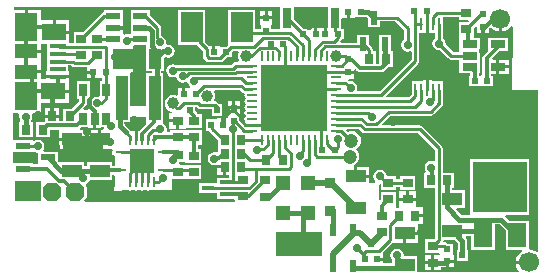
<source format=gtl>
G04 Layer_Physical_Order=1*
G04 Layer_Color=255*
%FSLAX25Y25*%
%MOIN*%
G70*
G01*
G75*
%ADD10R,0.18110X0.16929*%
%ADD11R,0.06299X0.07874*%
%ADD12R,0.07480X0.10236*%
%ADD13R,0.02953X0.07087*%
%ADD14R,0.02362X0.01969*%
%ADD15R,0.01969X0.02362*%
%ADD16R,0.04724X0.02362*%
%ADD17R,0.07480X0.09350*%
%ADD18R,0.07480X0.04626*%
%ADD19R,0.07874X0.05807*%
%ADD20R,0.08268X0.05807*%
%ADD21R,0.05433X0.01772*%
%ADD22R,0.03543X0.03543*%
%ADD23R,0.08071X0.08071*%
%ADD24O,0.00787X0.03543*%
%ADD25O,0.03543X0.00787*%
%ADD26R,0.02165X0.03937*%
%ADD27R,0.00984X0.04331*%
%ADD28R,0.04500X0.04500*%
%ADD29R,0.03937X0.14961*%
%ADD30R,0.06693X0.04331*%
%ADD31R,0.03150X0.03543*%
%ADD32R,0.03543X0.03150*%
%ADD33R,0.04331X0.01575*%
%ADD34R,0.05118X0.02362*%
%ADD35R,0.05118X0.02756*%
%ADD36R,0.02756X0.03543*%
%ADD37R,0.02362X0.04528*%
%ADD38R,0.02559X0.04331*%
%ADD39R,0.22441X0.22441*%
%ADD40O,0.03543X0.00984*%
%ADD41O,0.00984X0.03543*%
%ADD42R,0.04331X0.06693*%
%ADD43C,0.01181*%
%ADD44C,0.01575*%
%ADD45C,0.00984*%
%ADD46C,0.01969*%
%ADD47R,0.07480X0.06890*%
%ADD48R,0.13780X0.06496*%
G04:AMPARAMS|DCode=49|XSize=59.06mil|YSize=59.06mil|CornerRadius=0mil|HoleSize=0mil|Usage=FLASHONLY|Rotation=90.000|XOffset=0mil|YOffset=0mil|HoleType=Round|Shape=Octagon|*
%AMOCTAGOND49*
4,1,8,0.01476,0.02953,-0.01476,0.02953,-0.02953,0.01476,-0.02953,-0.01476,-0.01476,-0.02953,0.01476,-0.02953,0.02953,-0.01476,0.02953,0.01476,0.01476,0.02953,0.0*
%
%ADD49OCTAGOND49*%

%ADD50R,0.15748X0.07874*%
%ADD51C,0.03937*%
%ADD52R,0.09055X0.07087*%
%ADD53C,0.04724*%
%ADD54C,0.06693*%
%ADD55C,0.01969*%
%ADD56C,0.02756*%
G36*
X8309Y-49483D02*
X9055Y-49631D01*
Y-53150D01*
X8733Y-53516D01*
X7480D01*
Y-52953D01*
X1279D01*
X926Y-52599D01*
X936Y-49409D01*
X7480D01*
X7480Y-49409D01*
Y-49409D01*
X7980Y-49263D01*
X8309Y-49483D01*
D02*
G37*
G36*
X113118Y-4543D02*
X114799D01*
Y-4543D01*
X114941Y-4331D01*
X118792D01*
X119291Y-4830D01*
Y-7579D01*
X123228D01*
Y-5832D01*
X128298D01*
X131176Y-8710D01*
Y-11949D01*
X130919Y-12120D01*
X130441Y-12836D01*
X130272Y-13681D01*
X130441Y-14526D01*
X130919Y-15242D01*
X131635Y-15721D01*
X132480Y-15889D01*
X133235Y-15739D01*
X133735Y-16003D01*
Y-18456D01*
X123082Y-29109D01*
X115707D01*
X115444Y-28609D01*
X115594Y-27854D01*
X115426Y-27009D01*
X114947Y-26293D01*
X114231Y-25815D01*
X113386Y-25647D01*
X112970Y-25729D01*
X112794Y-25554D01*
X112560Y-25398D01*
X112712Y-24898D01*
X114681D01*
Y-23216D01*
X112697D01*
Y-22217D01*
X114681D01*
Y-21901D01*
X115143Y-21710D01*
X115357Y-21924D01*
X115643Y-22352D01*
X116099Y-22656D01*
X116637Y-22763D01*
X123652D01*
X124189Y-22656D01*
X124645Y-22352D01*
X126032Y-20965D01*
X127461D01*
Y-15846D01*
X126969D01*
Y-10335D01*
X123031D01*
Y-15846D01*
X122736D01*
Y-19953D01*
X121949D01*
Y-15846D01*
X120891D01*
Y-15453D01*
X120792Y-14954D01*
X120509Y-14530D01*
X119488Y-13509D01*
Y-10335D01*
X115551D01*
Y-12869D01*
X110101D01*
X109910Y-12408D01*
X110155Y-12163D01*
X110390Y-11811D01*
X111201D01*
Y-8268D01*
X110315D01*
Y-4993D01*
X110437Y-4543D01*
X112118D01*
Y-2559D01*
X113118D01*
Y-4543D01*
D02*
G37*
G36*
X149409Y-5315D02*
X152542D01*
X152729Y-5752D01*
X152440Y-6102D01*
X149409D01*
Y-10827D01*
X149686D01*
X149705Y-11319D01*
X149705D01*
Y-15920D01*
X147489D01*
X145061Y-13492D01*
X145121Y-13189D01*
X144953Y-12344D01*
X144474Y-11628D01*
X144218Y-11456D01*
Y-6594D01*
X144193Y-6469D01*
Y-4257D01*
X149409D01*
Y-5315D01*
D02*
G37*
G36*
X45365Y-13850D02*
X45374Y-14075D01*
X45374Y-14075D01*
Y-22343D01*
X47115D01*
Y-22933D01*
X45374D01*
Y-34154D01*
X39862D01*
Y-22933D01*
X40157Y-22555D01*
X40862D01*
Y-18709D01*
X37697D01*
Y-17709D01*
X40862D01*
Y-13862D01*
X41246Y-13583D01*
X45125D01*
X45365Y-13850D01*
D02*
G37*
G36*
X12244Y-15748D02*
Y-18307D01*
Y-22425D01*
X12032D01*
Y-23811D01*
X15748D01*
X19465D01*
Y-22425D01*
X19252D01*
Y-20497D01*
X20271D01*
X20479Y-20706D01*
X20903Y-20989D01*
X21402Y-21088D01*
X25398D01*
Y-22335D01*
X27579D01*
Y-22835D01*
X28079D01*
Y-24819D01*
X29760D01*
Y-24819D01*
X29902Y-24606D01*
X30487D01*
Y-25787D01*
X29724D01*
Y-30607D01*
X29338Y-30925D01*
X29037Y-30865D01*
X28192Y-31033D01*
X27476Y-31511D01*
X26997Y-32228D01*
X26829Y-33073D01*
X26997Y-33917D01*
X27402Y-34524D01*
X27228Y-35024D01*
X25772D01*
Y-35236D01*
X24545D01*
X24354Y-34774D01*
X25234Y-33895D01*
X25516Y-33472D01*
X25616Y-32972D01*
Y-31693D01*
X26378D01*
Y-25787D01*
X22244D01*
Y-31693D01*
X23006D01*
Y-32432D01*
X20498Y-34941D01*
X17618D01*
Y-39048D01*
X16256D01*
Y-38000D01*
X13878D01*
X11500D01*
Y-39332D01*
X11443Y-39370D01*
X8465D01*
Y-44488D01*
X13189D01*
Y-41858D01*
X15747D01*
X16224Y-41913D01*
X16224Y-42358D01*
Y-44579D01*
X24917D01*
Y-41913D01*
X23367D01*
X23170Y-41443D01*
X23452Y-41142D01*
X25772D01*
Y-41354D01*
X27551D01*
Y-38189D01*
X28551D01*
Y-41354D01*
X30331D01*
Y-41142D01*
X31049D01*
X31210Y-41452D01*
X30913Y-41913D01*
X30323D01*
Y-45079D01*
Y-48244D01*
X33836D01*
X34103Y-48744D01*
X34022Y-48866D01*
X33914Y-49409D01*
X34022Y-49953D01*
X34330Y-50414D01*
X34752Y-50696D01*
X34749Y-54107D01*
X33957D01*
Y-52756D01*
X25689D01*
Y-54103D01*
X24705D01*
Y-52756D01*
X16437D01*
X16437Y-52756D01*
Y-52756D01*
X16029Y-52538D01*
X15748Y-52257D01*
Y-49213D01*
X11177D01*
X10910Y-48713D01*
X11194Y-48288D01*
X11362Y-47443D01*
X11194Y-46598D01*
X10715Y-45882D01*
X9999Y-45404D01*
X9154Y-45235D01*
X8309Y-45404D01*
X7980Y-45623D01*
X7480Y-45472D01*
Y-45472D01*
X7480Y-45472D01*
X1302D01*
X949Y-45118D01*
X975Y-36482D01*
X2704D01*
X3033Y-36982D01*
X2910Y-37598D01*
X3078Y-38443D01*
X3364Y-38870D01*
X3096Y-39370D01*
X2953D01*
Y-44488D01*
X7677D01*
Y-39370D01*
X6921D01*
Y-38798D01*
X7158Y-38443D01*
X7326Y-37598D01*
X7203Y-36982D01*
X7532Y-36482D01*
X10055D01*
Y-32939D01*
X13870D01*
Y-29035D01*
X14370D01*
Y-28535D01*
X19504D01*
Y-25132D01*
X19465D01*
Y-24811D01*
X15748D01*
X12032D01*
Y-25132D01*
X10055D01*
Y-23039D01*
X5315D01*
Y-22039D01*
X10055D01*
Y-19226D01*
X10055D01*
Y-19160D01*
X10055D01*
Y-16346D01*
X5315D01*
Y-15347D01*
X10055D01*
Y-13254D01*
X12244D01*
Y-15748D01*
D02*
G37*
G36*
X117175Y-42655D02*
X117598Y-42938D01*
X118097Y-43037D01*
X135877D01*
X141510Y-48670D01*
Y-52204D01*
X141010Y-52471D01*
X140263Y-52323D01*
X139418Y-52491D01*
X138702Y-52969D01*
X138223Y-53685D01*
X138055Y-54530D01*
X138223Y-55375D01*
X138441Y-55701D01*
X138173Y-56201D01*
X137795D01*
Y-61319D01*
X141510D01*
Y-78200D01*
X141364Y-78347D01*
X138287D01*
Y-83071D01*
X142864D01*
X143174Y-83571D01*
X143137Y-83646D01*
X141347D01*
Y-86221D01*
Y-88795D01*
X143618D01*
Y-87713D01*
X145071D01*
Y-85728D01*
X145571D01*
Y-85228D01*
X147752D01*
Y-83744D01*
X147539Y-83332D01*
X147539Y-80020D01*
X145644D01*
X145411Y-79786D01*
X144987Y-79503D01*
X144624Y-79431D01*
X144360Y-78989D01*
X144349Y-78953D01*
X144513Y-78642D01*
X147944D01*
X147979Y-78694D01*
X149083Y-79799D01*
Y-81988D01*
X148721D01*
Y-85532D01*
X152657D01*
Y-81988D01*
X152295D01*
Y-79134D01*
X152295Y-79134D01*
X152172Y-78519D01*
X151824Y-77999D01*
X151824Y-77999D01*
X151719Y-77893D01*
X151926Y-77393D01*
X153642D01*
Y-81890D01*
X161516D01*
Y-73456D01*
X163016D01*
X165059Y-75499D01*
Y-81890D01*
X170484D01*
X170559Y-82390D01*
X169735Y-83022D01*
X169038Y-83930D01*
X168600Y-84987D01*
X168517Y-85622D01*
X172835D01*
Y-86622D01*
X168517D01*
X168600Y-87257D01*
X169038Y-88314D01*
X169540Y-88968D01*
X169294Y-89468D01*
X135630D01*
Y-84153D01*
X131362D01*
X131045Y-83767D01*
X131046Y-83760D01*
X130878Y-82915D01*
X130400Y-82199D01*
X129683Y-81720D01*
X128839Y-81552D01*
X127994Y-81720D01*
X127277Y-82199D01*
X126799Y-82915D01*
X126631Y-83760D01*
X126799Y-84605D01*
X127277Y-85321D01*
X127362Y-85378D01*
Y-86387D01*
X124228D01*
Y-85539D01*
X122244D01*
Y-84539D01*
X124228D01*
Y-82858D01*
X124228Y-82858D01*
X124228D01*
X124549Y-82513D01*
X127420Y-79642D01*
X130996D01*
Y-76476D01*
X131496D01*
Y-75976D01*
X135843D01*
Y-73343D01*
X137614D01*
Y-71071D01*
X135039D01*
Y-70071D01*
X137614D01*
Y-67799D01*
X135585D01*
X135153Y-67634D01*
X135153Y-67299D01*
Y-65559D01*
X132382D01*
X129610D01*
Y-67512D01*
X129610Y-67634D01*
X129316Y-68012D01*
X128562D01*
X128543Y-67520D01*
X128543D01*
Y-62795D01*
X123425D01*
Y-65370D01*
X123335Y-65431D01*
X122835Y-65163D01*
Y-60440D01*
X123335Y-60123D01*
X123425Y-60166D01*
Y-62008D01*
X128543D01*
Y-60852D01*
X129823D01*
Y-61909D01*
X134941D01*
Y-57185D01*
X129823D01*
Y-58243D01*
X128543D01*
Y-57284D01*
X125397D01*
X125268Y-56635D01*
X124790Y-55919D01*
X124073Y-55441D01*
X123228Y-55273D01*
X122383Y-55441D01*
X121667Y-55919D01*
X121189Y-56635D01*
X121021Y-57480D01*
X121189Y-58325D01*
X121667Y-59041D01*
X121676Y-59047D01*
X121524Y-59547D01*
X119405D01*
Y-57882D01*
X115059D01*
Y-57382D01*
X114559D01*
Y-54079D01*
X114487Y-53716D01*
X114679Y-53637D01*
X115337Y-53132D01*
X115842Y-52474D01*
X116159Y-51708D01*
X116267Y-50886D01*
X116159Y-50064D01*
X115842Y-49297D01*
X115451Y-48788D01*
X115363Y-48562D01*
X115507Y-48140D01*
X115927Y-47817D01*
X116432Y-47159D01*
X116750Y-46393D01*
X116858Y-45571D01*
X116750Y-44749D01*
X116432Y-43982D01*
X115927Y-43325D01*
X115269Y-42820D01*
X114503Y-42502D01*
X113681Y-42394D01*
X112859Y-42502D01*
X112575Y-42620D01*
X111978Y-42022D01*
X112169Y-41561D01*
X116081D01*
X117175Y-42655D01*
D02*
G37*
G36*
X45374Y-38287D02*
D01*
Y-39469D01*
X45374Y-39469D01*
X45374D01*
X45207Y-39908D01*
X42907Y-42209D01*
X39891D01*
X39869Y-42102D01*
X39521Y-41581D01*
X38210Y-40270D01*
X38091Y-40151D01*
D01*
X38023Y-40083D01*
Y-39469D01*
X39862D01*
Y-38287D01*
Y-37598D01*
X45374D01*
Y-38287D01*
D02*
G37*
G36*
X89882Y-8243D02*
X87008D01*
Y-7239D01*
X87221Y-6827D01*
X87221Y-6557D01*
Y-5146D01*
X83252D01*
Y-6827D01*
X83465Y-7239D01*
Y-8243D01*
X81693D01*
Y-1870D01*
X72638D01*
Y-13588D01*
X71954Y-14272D01*
X70329D01*
X69917Y-14059D01*
X69917Y-14059D01*
X69917Y-14059D01*
X68236D01*
Y-16043D01*
X67236D01*
Y-14059D01*
X66317D01*
X64961Y-12702D01*
Y-1870D01*
X55905D01*
Y-13681D01*
X62249D01*
X64168Y-15599D01*
Y-17476D01*
X64267Y-17975D01*
X64550Y-18398D01*
X65184Y-19033D01*
X65607Y-19316D01*
X66107Y-19415D01*
X69961D01*
X70460Y-19316D01*
X70883Y-19033D01*
X72101Y-17815D01*
X73996D01*
Y-15920D01*
X74241Y-15675D01*
X75840D01*
X76077Y-16175D01*
X75858Y-16702D01*
X75764Y-17421D01*
X75858Y-18141D01*
X76117Y-18766D01*
X75986Y-19133D01*
X75920Y-19266D01*
X75232D01*
X74733Y-19366D01*
X74309Y-19648D01*
X73707Y-20251D01*
X55049D01*
X54981Y-20206D01*
X54137Y-20037D01*
X53292Y-20206D01*
X52575Y-20684D01*
X52097Y-21400D01*
X51929Y-22245D01*
X52097Y-23090D01*
X52575Y-23806D01*
X53292Y-24285D01*
X54137Y-24453D01*
X54825Y-24316D01*
X55386Y-24570D01*
X55443Y-24862D01*
X55922Y-25578D01*
X56638Y-26057D01*
X57483Y-26225D01*
X58328Y-26057D01*
X58553Y-25906D01*
X59015Y-26098D01*
X59082Y-26435D01*
X59561Y-27152D01*
X60034Y-27468D01*
X59947Y-27937D01*
X59760Y-27937D01*
X59760Y-27937D01*
X59760Y-27937D01*
X58276D01*
Y-30118D01*
X57276D01*
Y-27937D01*
X55791D01*
Y-30250D01*
X55291Y-30584D01*
X55050Y-30484D01*
X54331Y-30390D01*
X53611Y-30484D01*
X52941Y-30762D01*
X52365Y-31204D01*
X51923Y-31780D01*
X51646Y-32450D01*
X51551Y-33169D01*
X51646Y-33889D01*
X51923Y-34559D01*
X52365Y-35135D01*
X52941Y-35577D01*
X53611Y-35854D01*
X53971Y-35902D01*
X53938Y-36402D01*
X52937D01*
Y-38476D01*
X55709D01*
Y-38976D01*
X56209D01*
Y-41551D01*
X58480D01*
Y-41551D01*
X58661Y-41339D01*
X63779D01*
Y-36614D01*
X62483D01*
X62214Y-36211D01*
X61516Y-35513D01*
Y-34413D01*
X62016Y-34333D01*
X62414Y-34732D01*
X62837Y-35014D01*
X63337Y-35114D01*
X67126D01*
Y-37205D01*
X70669D01*
Y-33268D01*
X69561D01*
X69180Y-32887D01*
X68757Y-32604D01*
X68258Y-32504D01*
X68206D01*
X67997Y-32004D01*
X68236Y-31428D01*
X68331Y-30709D01*
X68236Y-29989D01*
X67958Y-29319D01*
X67842Y-29167D01*
X68088Y-28667D01*
X76428D01*
X77129Y-29367D01*
X77552Y-29650D01*
X77701Y-29680D01*
X78053Y-29874D01*
X78059Y-30250D01*
X78026Y-30413D01*
X78125Y-30913D01*
X78408Y-31336D01*
Y-31459D01*
X78125Y-31883D01*
X78026Y-32382D01*
X78125Y-32881D01*
X78408Y-33304D01*
Y-33428D01*
X78125Y-33851D01*
X78026Y-34350D01*
X78125Y-34850D01*
X78408Y-35273D01*
Y-35396D01*
X78125Y-35820D01*
X78026Y-36319D01*
X78125Y-36818D01*
X78408Y-37241D01*
Y-37365D01*
X78125Y-37788D01*
X78026Y-38287D01*
X78125Y-38787D01*
X78285Y-39026D01*
X78255Y-39180D01*
X77937Y-39656D01*
X77880Y-39725D01*
X77404Y-39830D01*
X76165Y-38592D01*
Y-37270D01*
X76378Y-36858D01*
X76378Y-36588D01*
Y-35177D01*
X72409D01*
Y-36858D01*
X72622Y-37270D01*
Y-37820D01*
X72268Y-38173D01*
X71366D01*
Y-40354D01*
X70366D01*
Y-38173D01*
X68882D01*
Y-38173D01*
X68701Y-38386D01*
X65158D01*
Y-42323D01*
X66244D01*
X66400Y-42556D01*
X69095Y-45250D01*
Y-47293D01*
X69095D01*
Y-49159D01*
X69010Y-49255D01*
X68594Y-49504D01*
X67917Y-49369D01*
X67072Y-49538D01*
X66356Y-50016D01*
X65877Y-50732D01*
X65709Y-51577D01*
X65877Y-52422D01*
X66356Y-53139D01*
X67072Y-53617D01*
X67917Y-53785D01*
X68382Y-53693D01*
X68432Y-53732D01*
X71457D01*
Y-54232D01*
X71957D01*
Y-57004D01*
X73006D01*
Y-57874D01*
X68799D01*
Y-59342D01*
X68799Y-59842D01*
X62894D01*
Y-62992D01*
X68799D01*
X68799Y-63492D01*
Y-64961D01*
X74705D01*
X74902Y-65379D01*
Y-65945D01*
X24767D01*
X24576Y-65483D01*
X25394Y-64665D01*
Y-60925D01*
X25152Y-60684D01*
X25295Y-60120D01*
X25873Y-59733D01*
X26352Y-59017D01*
X26423Y-58661D01*
X33957D01*
Y-57070D01*
X34360Y-56998D01*
X34747Y-57343D01*
X34744Y-60039D01*
X34547Y-62205D01*
X39494Y-62175D01*
X39862Y-62248D01*
X40254Y-62170D01*
X41404Y-62163D01*
X41831Y-62248D01*
X42284Y-62157D01*
X43314Y-62151D01*
X43799Y-62248D01*
X44315Y-62145D01*
X45224Y-62140D01*
X45768Y-62248D01*
X46312Y-62140D01*
X46340Y-62120D01*
X53839Y-61992D01*
Y-58268D01*
X58366D01*
X58563Y-58465D01*
Y-58465D01*
X63681D01*
Y-53740D01*
X58563D01*
X58366Y-53543D01*
Y-53543D01*
X56384D01*
X56133Y-53082D01*
X56336Y-52756D01*
X58145D01*
X58563Y-52953D01*
Y-52953D01*
X58563Y-52953D01*
X63681D01*
Y-48228D01*
X62527D01*
Y-46850D01*
X63779D01*
Y-42126D01*
X58661D01*
Y-42126D01*
X58268Y-42126D01*
Y-42126D01*
X53150D01*
Y-42537D01*
X52650Y-42744D01*
X52114Y-42209D01*
X52043Y-42122D01*
X52101Y-41831D01*
X51933Y-40986D01*
X51455Y-40270D01*
X50978Y-39951D01*
X50886Y-39469D01*
X50886D01*
X50886Y-39469D01*
Y-22933D01*
X50326D01*
Y-22343D01*
X51279D01*
Y-18098D01*
X51635Y-17847D01*
X51780Y-17801D01*
X52562Y-17957D01*
X53407Y-17788D01*
X54123Y-17310D01*
X54601Y-16594D01*
X54769Y-15749D01*
X54601Y-14904D01*
X54123Y-14188D01*
X53407Y-13709D01*
X52562Y-13541D01*
X52367Y-13580D01*
X51942Y-13155D01*
X52013Y-12796D01*
X51845Y-11951D01*
X51367Y-11235D01*
X50651Y-10756D01*
X50224Y-10671D01*
Y-8086D01*
X50125Y-7587D01*
X49842Y-7164D01*
X46457Y-3778D01*
Y-2165D01*
X40157D01*
Y-6102D01*
Y-9788D01*
X40058Y-9900D01*
X39658Y-10133D01*
X38978Y-9997D01*
X38133Y-10166D01*
X38043Y-10226D01*
X37614Y-9911D01*
Y-8374D01*
X34252D01*
Y-7374D01*
X37614D01*
Y-5693D01*
X37402D01*
Y-2165D01*
X31102D01*
Y-2829D01*
X30603Y-2929D01*
X30180Y-3211D01*
X24139Y-9252D01*
X21063D01*
Y-12967D01*
X19504D01*
Y-9850D01*
X14567D01*
Y-9350D01*
X14067D01*
Y-5447D01*
X10055D01*
Y-1904D01*
X5815D01*
Y-7579D01*
X4815D01*
Y-1904D01*
X1434D01*
X1081Y-1550D01*
X1083Y-1083D01*
X1123Y-984D01*
X89882D01*
Y-8243D01*
D02*
G37*
G36*
X163787Y-9239D02*
X164422Y-9156D01*
X165479Y-8718D01*
X166387Y-8021D01*
X166899Y-7355D01*
X167398Y-7525D01*
X167323Y-28543D01*
X175886D01*
X175973Y-82421D01*
X175473Y-82668D01*
X175027Y-82325D01*
X173969Y-81888D01*
X172933Y-81751D01*
Y-72441D01*
X166542D01*
X164877Y-70776D01*
X164919Y-70528D01*
X165059Y-70276D01*
X172933D01*
Y-51772D01*
X153248D01*
Y-70245D01*
X150370D01*
X148599Y-68474D01*
X148790Y-68012D01*
X151476D01*
Y-62106D01*
X147275D01*
Y-61319D01*
X148031D01*
Y-56201D01*
X144120D01*
Y-48130D01*
X144020Y-47631D01*
X143737Y-47207D01*
X137340Y-40810D01*
X136917Y-40527D01*
X136417Y-40428D01*
X124177D01*
X123986Y-39966D01*
X126722Y-37230D01*
X140159D01*
X140659Y-37130D01*
X141082Y-36848D01*
X143836Y-34094D01*
X144119Y-33670D01*
X144218Y-33171D01*
Y-28642D01*
X144193Y-28516D01*
Y-25689D01*
X140469D01*
Y-25476D01*
X139476D01*
Y-28642D01*
X138476D01*
Y-25476D01*
X137484D01*
Y-25689D01*
X133760D01*
Y-28516D01*
X133735Y-28642D01*
Y-30063D01*
X132720Y-31077D01*
X125456D01*
X125265Y-30615D01*
X135962Y-19918D01*
X136245Y-19495D01*
X136344Y-18996D01*
Y-9547D01*
X137484D01*
Y-9760D01*
X138476D01*
Y-6594D01*
X139476D01*
Y-9760D01*
X140469D01*
Y-9547D01*
X141609D01*
Y-11456D01*
X141352Y-11628D01*
X140874Y-12344D01*
X140706Y-13189D01*
X140874Y-14034D01*
X141352Y-14750D01*
X142069Y-15229D01*
X142913Y-15397D01*
X143216Y-15337D01*
X146026Y-18147D01*
X146450Y-18430D01*
X146949Y-18529D01*
X149705D01*
Y-23130D01*
X153230D01*
X153339Y-23239D01*
Y-23917D01*
X152776D01*
Y-27461D01*
X156567D01*
X157067Y-27461D01*
X157213Y-27461D01*
X161004D01*
Y-23917D01*
X160165D01*
Y-23343D01*
X162000D01*
Y-20965D01*
Y-18587D01*
X160856D01*
X160649Y-18087D01*
X163086Y-15650D01*
X165847D01*
Y-11319D01*
X159153D01*
Y-15608D01*
X157766Y-16996D01*
X157462Y-17451D01*
X157355Y-17989D01*
Y-23476D01*
X156855Y-23917D01*
X156649D01*
X156149Y-23719D01*
Y-23130D01*
X156398D01*
Y-19390D01*
Y-15650D01*
Y-11319D01*
X154547D01*
X154528Y-10827D01*
X154528D01*
Y-7991D01*
X155132Y-7386D01*
X155595Y-7577D01*
Y-9839D01*
X157079D01*
Y-7658D01*
X158079D01*
Y-9839D01*
X159563D01*
Y-7985D01*
X160036Y-7824D01*
X160187Y-8021D01*
X161095Y-8718D01*
X162153Y-9156D01*
X162787Y-9239D01*
Y-4921D01*
X163787D01*
Y-9239D01*
D02*
G37*
G36*
X105787Y-8055D02*
X105441D01*
Y-10039D01*
X104441D01*
Y-8055D01*
X102760D01*
Y-8055D01*
X102252D01*
Y-10039D01*
X101252D01*
Y-8055D01*
X99571D01*
Y-8055D01*
X99429Y-8268D01*
X97731D01*
X94410Y-4946D01*
Y-984D01*
X105787D01*
Y-8055D01*
D02*
G37*
%LPC*%
G36*
X119405Y-54216D02*
X115559D01*
Y-56882D01*
X119405D01*
Y-54216D01*
D02*
G37*
G36*
X29323Y-45579D02*
X25476D01*
Y-48244D01*
X29323D01*
Y-45579D01*
D02*
G37*
G36*
X20071D02*
X16224D01*
Y-48244D01*
X20071D01*
Y-45579D01*
D02*
G37*
G36*
X24917D02*
X21071D01*
Y-48244D01*
X24917D01*
Y-45579D01*
D02*
G37*
G36*
X140347Y-83646D02*
X138075D01*
Y-85720D01*
X140347D01*
Y-83646D01*
D02*
G37*
G36*
X147752Y-86228D02*
X146071D01*
Y-87713D01*
X147752D01*
Y-86228D01*
D02*
G37*
G36*
X140347Y-86721D02*
X138075D01*
Y-88795D01*
X140347D01*
Y-86721D01*
D02*
G37*
G36*
X135843Y-76976D02*
X131996D01*
Y-79642D01*
X135843D01*
Y-76976D01*
D02*
G37*
G36*
X70957Y-54732D02*
X68882D01*
Y-57004D01*
X70957D01*
Y-54732D01*
D02*
G37*
G36*
X135153Y-62484D02*
X132882D01*
Y-64559D01*
X135153D01*
Y-62484D01*
D02*
G37*
G36*
X131882D02*
X129610D01*
Y-64559D01*
X131882D01*
Y-62484D01*
D02*
G37*
G36*
X166059Y-18587D02*
X163000D01*
Y-20464D01*
X166059D01*
Y-18587D01*
D02*
G37*
G36*
Y-21464D02*
X163000D01*
Y-23343D01*
X166059D01*
Y-21464D01*
D02*
G37*
G36*
X27079Y-23335D02*
X25398D01*
Y-24819D01*
X27079D01*
Y-23335D01*
D02*
G37*
G36*
X87221Y-2465D02*
X85736D01*
Y-4146D01*
X87221D01*
Y-2465D01*
D02*
G37*
G36*
X84736D02*
X83252D01*
Y-4146D01*
X84736D01*
Y-2465D01*
D02*
G37*
G36*
X19504Y-5447D02*
X15067D01*
Y-8850D01*
X19504D01*
Y-5447D01*
D02*
G37*
G36*
Y-29535D02*
X14870D01*
Y-32939D01*
X19504D01*
Y-29535D01*
D02*
G37*
G36*
X13378Y-34728D02*
X11500D01*
Y-37000D01*
X13378D01*
Y-34728D01*
D02*
G37*
G36*
X55209Y-39476D02*
X52937D01*
Y-41551D01*
X55209D01*
Y-39476D01*
D02*
G37*
G36*
X29323Y-41913D02*
X25476D01*
Y-44579D01*
X29323D01*
Y-41913D01*
D02*
G37*
G36*
X76378Y-32496D02*
X74894D01*
Y-34177D01*
X76378D01*
Y-32496D01*
D02*
G37*
G36*
X73894D02*
X72409D01*
Y-34177D01*
X73894D01*
Y-32496D01*
D02*
G37*
G36*
X16256Y-34728D02*
X14378D01*
Y-37000D01*
X16256D01*
Y-34728D01*
D02*
G37*
%LPD*%
D10*
X163091Y-61024D02*
D03*
D11*
X168996Y-77165D02*
D03*
X157579D02*
D03*
D12*
X77165Y-7776D02*
D03*
X60433D02*
D03*
D13*
X92146Y-4528D02*
D03*
X108051D02*
D03*
D14*
X112618Y-2559D02*
D03*
X116909D02*
D03*
X101752Y-10039D02*
D03*
X97461D02*
D03*
X109232Y-10039D02*
D03*
X104941D02*
D03*
X103957Y-48819D02*
D03*
X108248D02*
D03*
X134468Y-2264D02*
D03*
X138760D02*
D03*
X72027Y-16043D02*
D03*
X67736D02*
D03*
X31870Y-22835D02*
D03*
X27579D02*
D03*
X159035Y-25689D02*
D03*
X154744D02*
D03*
X86732Y-13386D02*
D03*
X91024D02*
D03*
X145571Y-81791D02*
D03*
Y-85728D02*
D03*
X150689Y-83760D02*
D03*
D15*
X74394Y-34677D02*
D03*
Y-38969D02*
D03*
X112697Y-18425D02*
D03*
Y-22716D02*
D03*
X85236Y-8937D02*
D03*
Y-4646D02*
D03*
X157579Y-3366D02*
D03*
Y-7658D02*
D03*
X61713Y-30118D02*
D03*
X57776D02*
D03*
X59744Y-35236D02*
D03*
X118307Y-85039D02*
D03*
X122244D02*
D03*
X120276Y-79921D02*
D03*
X68898Y-35236D02*
D03*
X70866Y-40354D02*
D03*
X66929D02*
D03*
D16*
X34252Y-4134D02*
D03*
Y-7874D02*
D03*
Y-11614D02*
D03*
X43307D02*
D03*
Y-7874D02*
D03*
Y-4134D02*
D03*
D17*
X5315Y-30807D02*
D03*
Y-7579D02*
D03*
D18*
Y-15846D02*
D03*
Y-22539D02*
D03*
D19*
X14567Y-9350D02*
D03*
D20*
X14370Y-29035D02*
D03*
D21*
X15748Y-14075D02*
D03*
Y-24311D02*
D03*
Y-21752D02*
D03*
Y-16634D02*
D03*
Y-19193D02*
D03*
D22*
X106693Y-59646D02*
D03*
Y-69095D02*
D03*
D23*
X43799Y-52362D02*
D03*
D24*
X39862Y-45276D02*
D03*
X41831D02*
D03*
X43799D02*
D03*
X45768D02*
D03*
X47736D02*
D03*
Y-59449D02*
D03*
X45768D02*
D03*
X43799D02*
D03*
X41831D02*
D03*
X39862D02*
D03*
D25*
X50886Y-49409D02*
D03*
Y-55315D02*
D03*
X36713D02*
D03*
Y-49409D02*
D03*
D26*
X107480Y-75394D02*
D03*
X114370D02*
D03*
Y-87205D02*
D03*
X107480D02*
D03*
D27*
X142913Y-6594D02*
D03*
X140945D02*
D03*
X138976D02*
D03*
X137008D02*
D03*
X135039D02*
D03*
Y-28642D02*
D03*
X137008D02*
D03*
X138976D02*
D03*
X140945D02*
D03*
X142913D02*
D03*
D28*
X99213Y-59571D02*
D03*
Y-69571D02*
D03*
X90945Y-69661D02*
D03*
Y-59661D02*
D03*
D29*
X37106Y-31201D02*
D03*
X48130D02*
D03*
D30*
X147343Y-65059D02*
D03*
Y-75689D02*
D03*
X115059Y-68012D02*
D03*
Y-57382D02*
D03*
X29823Y-55709D02*
D03*
Y-45079D02*
D03*
X20571Y-55709D02*
D03*
Y-45079D02*
D03*
X131496Y-87106D02*
D03*
Y-76476D02*
D03*
D31*
X140157Y-58760D02*
D03*
X145669D02*
D03*
X135039Y-70571D02*
D03*
X129527D02*
D03*
X85335Y-52067D02*
D03*
X90847D02*
D03*
X76968Y-49852D02*
D03*
X71457D02*
D03*
X119587Y-18406D02*
D03*
X125098D02*
D03*
X76968Y-54232D02*
D03*
X71457D02*
D03*
X5315Y-41929D02*
D03*
X10827D02*
D03*
X76968Y-45472D02*
D03*
X71457D02*
D03*
D32*
X140847Y-86221D02*
D03*
Y-80709D02*
D03*
X151969Y-8465D02*
D03*
Y-2953D02*
D03*
X123721Y-70571D02*
D03*
Y-76083D02*
D03*
X125984Y-59646D02*
D03*
Y-65158D02*
D03*
X132382Y-59547D02*
D03*
Y-65059D02*
D03*
X23622Y-17126D02*
D03*
Y-11614D02*
D03*
X28839D02*
D03*
Y-17126D02*
D03*
X84842Y-64272D02*
D03*
Y-58760D02*
D03*
X77461Y-58661D02*
D03*
Y-64173D02*
D03*
X61122Y-56102D02*
D03*
Y-50591D02*
D03*
X61221Y-38976D02*
D03*
Y-44488D02*
D03*
X55807Y-55905D02*
D03*
Y-50394D02*
D03*
X55709Y-44488D02*
D03*
Y-38976D02*
D03*
D33*
X71752Y-63386D02*
D03*
Y-59449D02*
D03*
X65847Y-61417D02*
D03*
D34*
X4134Y-47441D02*
D03*
Y-54921D02*
D03*
X12402Y-51181D02*
D03*
D35*
X162500Y-13484D02*
D03*
Y-20965D02*
D03*
X153051D02*
D03*
Y-17224D02*
D03*
Y-13484D02*
D03*
D36*
X19783Y-37500D02*
D03*
X13878D02*
D03*
D37*
X117520Y-13386D02*
D03*
X125000D02*
D03*
X121260Y-4528D02*
D03*
D38*
X24311Y-38189D02*
D03*
X28051D02*
D03*
X31791D02*
D03*
Y-28740D02*
D03*
X24311D02*
D03*
D39*
X94587Y-31398D02*
D03*
D40*
X108563Y-20571D02*
D03*
Y-22539D02*
D03*
Y-24508D02*
D03*
Y-26476D02*
D03*
Y-28445D02*
D03*
Y-30413D02*
D03*
Y-32382D02*
D03*
Y-34350D02*
D03*
Y-36319D02*
D03*
Y-38287D02*
D03*
Y-40256D02*
D03*
Y-42224D02*
D03*
X80610D02*
D03*
Y-40256D02*
D03*
Y-38287D02*
D03*
Y-36319D02*
D03*
Y-34350D02*
D03*
Y-32382D02*
D03*
Y-30413D02*
D03*
Y-28445D02*
D03*
Y-26476D02*
D03*
Y-24508D02*
D03*
Y-22539D02*
D03*
Y-20571D02*
D03*
D41*
X105413Y-45374D02*
D03*
X103445D02*
D03*
X101476D02*
D03*
X99508D02*
D03*
X97539D02*
D03*
X95571D02*
D03*
X93602D02*
D03*
X91634D02*
D03*
X89665D02*
D03*
X87697D02*
D03*
X85728D02*
D03*
X83760D02*
D03*
Y-17421D02*
D03*
X85728D02*
D03*
X87697D02*
D03*
X89665D02*
D03*
X91634D02*
D03*
X93602D02*
D03*
X95571D02*
D03*
X97539D02*
D03*
X99508D02*
D03*
X101476D02*
D03*
X103445D02*
D03*
X105413D02*
D03*
D42*
X48327Y-18209D02*
D03*
X37697D02*
D03*
D43*
X140551Y-58366D02*
Y-54242D01*
X140157Y-58760D02*
X140551Y-58366D01*
X140263Y-54530D02*
X140551Y-54242D01*
X27579Y-30588D02*
Y-22835D01*
X26478Y-31689D02*
X27579Y-30588D01*
X27977Y-35631D02*
X28051D01*
X26478Y-34133D02*
Y-31689D01*
Y-34133D02*
X27977Y-35631D01*
X28051Y-38189D02*
Y-35631D01*
X152559Y-20965D02*
X152805Y-21211D01*
X154744Y-25689D02*
Y-22658D01*
X153051Y-20965D02*
X154744Y-22658D01*
X158760Y-25413D02*
Y-17989D01*
Y-25413D02*
X159035Y-25689D01*
X68214Y-51279D02*
X69488D01*
X67917Y-51577D02*
X68214Y-51279D01*
X76673Y-63386D02*
X77461Y-64173D01*
X71752Y-63386D02*
X76673D01*
X79429Y-64173D02*
X84842Y-58760D01*
X79331Y-64173D02*
X79429D01*
X13878Y-29921D02*
X14764Y-29035D01*
X15748Y-27657D02*
Y-24311D01*
X5315Y-15846D02*
Y-7579D01*
Y-22539D02*
Y-15846D01*
X12795Y-7579D02*
X14567Y-9350D01*
X5315Y-7579D02*
X12795D01*
X5315Y-22539D02*
X7087Y-24311D01*
Y-29035D02*
Y-24311D01*
Y-29035D02*
X14370D01*
X12303Y-40453D02*
X22047D01*
X10827Y-41929D02*
X12303Y-40453D01*
X29823Y-55512D02*
X36516D01*
X4134Y-54921D02*
X12202D01*
X17913Y-59055D02*
X21654Y-62795D01*
X16336Y-59055D02*
X17913D01*
X12202Y-54921D02*
X16336Y-59055D01*
X34252Y-7874D02*
X38976D01*
X157579Y-8465D02*
X161122Y-4921D01*
X157579Y-15551D02*
Y-8465D01*
X55807Y-49409D02*
X55807Y-49409D01*
X54137Y-51080D02*
X55807Y-49409D01*
X54137Y-51873D02*
Y-51080D01*
X53647Y-52362D02*
X54137Y-51873D01*
X50886Y-49409D02*
X55807D01*
X162500Y-14249D02*
Y-13484D01*
X162992D01*
X158760Y-17989D02*
X162500Y-14249D01*
X123652Y-21358D02*
X125098Y-19912D01*
Y-18406D01*
X116637Y-21358D02*
X123652D01*
X43799Y-43303D02*
X47785Y-39317D01*
Y-37978D01*
X43799Y-45276D02*
Y-43303D01*
X152559Y-7972D02*
X157579Y-2953D01*
X152559Y-13484D02*
Y-7972D01*
X13878Y-37500D02*
Y-29921D01*
X22047Y-40453D02*
X24311Y-38189D01*
X27461Y-38780D02*
X28051Y-38189D01*
X64961Y-53445D02*
X65059Y-53347D01*
X61122Y-50591D02*
Y-44488D01*
X61024Y-44390D02*
X61122Y-44488D01*
X56004Y-44390D02*
X61024D01*
X48622D02*
X56004D01*
X47736Y-45276D02*
X48622Y-44390D01*
X123721Y-67421D02*
X125984Y-65158D01*
X123721Y-70571D02*
Y-67421D01*
X61221Y-38976D02*
Y-37205D01*
X59547Y-35531D02*
X61221Y-37205D01*
X69488Y-51279D02*
X71555Y-49213D01*
D44*
X145669Y-67815D02*
Y-58760D01*
X149705Y-71850D02*
X163681D01*
X145669Y-67815D02*
X149705Y-71850D01*
X145079Y-86221D02*
X145571Y-85728D01*
X140847Y-86221D02*
X145079D01*
X163681Y-71850D02*
X168996Y-77165D01*
X114370Y-87992D02*
X130610D01*
X155905Y-75787D02*
X157874Y-77756D01*
X149114Y-75787D02*
X155905D01*
X149114Y-77559D02*
Y-75787D01*
Y-77559D02*
X150689Y-79134D01*
Y-83760D02*
Y-79134D01*
X114370Y-87992D02*
Y-87205D01*
X96260Y-79921D02*
X97638Y-78543D01*
Y-69669D01*
X97630Y-69661D02*
X97638Y-69669D01*
X90945Y-69661D02*
X97630D01*
X86335Y-64272D02*
X90945Y-59661D01*
X84842Y-64272D02*
X86335D01*
X119291Y-2559D02*
X121260Y-4528D01*
X116909Y-2559D02*
X119291D01*
X36417Y-40748D02*
Y-30906D01*
X48327Y-17028D02*
Y-15214D01*
X47050Y-13937D02*
Y-8861D01*
Y-13937D02*
X48327Y-15214D01*
X46063Y-7874D02*
X47050Y-8861D01*
X43307Y-7874D02*
X46063D01*
X18209Y-55709D02*
X20571D01*
X29626D02*
X29823Y-55512D01*
X20571Y-55709D02*
X29626D01*
X12402Y-51181D02*
X16929Y-55709D01*
X5118Y-37598D02*
X5315Y-37795D01*
Y-41240D02*
Y-37795D01*
X3150Y-59744D02*
X8957D01*
X36417Y-40748D02*
X38386Y-42717D01*
X48720Y-31201D02*
Y-18602D01*
X125000Y-18287D02*
Y-13386D01*
X130610Y-87992D02*
X131496Y-87106D01*
X107480Y-75394D02*
Y-68701D01*
X48327Y-18209D02*
X50787Y-15749D01*
X52562D01*
D45*
X57874Y-32972D02*
X62500D01*
X55216Y-34547D02*
X56299D01*
X57874Y-32972D01*
X144488Y-80709D02*
X145571Y-81791D01*
X140847Y-80709D02*
X144488D01*
X140847D02*
X142815Y-78740D01*
Y-48130D01*
X136417Y-41732D02*
X142815Y-48130D01*
X118097Y-41732D02*
X136417D01*
X116621Y-40256D02*
X118097Y-41732D01*
X108563Y-40256D02*
X116621D01*
X108563Y-38287D02*
X116880D01*
X118750Y-40157D01*
X119291Y-36319D02*
X120669Y-37697D01*
X108563Y-36319D02*
X119291D01*
X140159Y-35925D02*
X142913Y-33171D01*
X126181Y-35925D02*
X140159D01*
X142913Y-33171D02*
Y-28642D01*
X121949Y-40157D02*
X126181Y-35925D01*
X118750Y-40157D02*
X121949D01*
X108563Y-42224D02*
X110335D01*
X109252Y-47815D02*
Y-45177D01*
X110335Y-42224D02*
X113681Y-45571D01*
X115650Y-81496D02*
X115650D01*
X108563Y-32382D02*
X133261D01*
X108563Y-34350D02*
X134843D01*
X73425Y-35531D02*
X74653D01*
X76461Y-37339D01*
Y-38505D02*
Y-37339D01*
Y-38505D02*
X78211Y-40256D01*
X80610D01*
X74394Y-39094D02*
X74823D01*
X77953Y-42224D02*
X80610D01*
X74823Y-39094D02*
X77953Y-42224D01*
X74394Y-39094D02*
Y-38969D01*
X74311Y-39051D02*
X74394Y-38969D01*
X74311Y-41741D02*
Y-39051D01*
X92699Y-11201D02*
X95571Y-14073D01*
X84247Y-11201D02*
X92699D01*
X81077Y-14370D02*
X84247Y-11201D01*
X73701Y-14370D02*
X81077D01*
X93272Y-9547D02*
X97539Y-13815D01*
X80413Y-9547D02*
X93272D01*
X77953Y-7087D02*
X80413Y-9547D01*
X102327Y-50886D02*
X113091D01*
X101476Y-50035D02*
Y-45374D01*
Y-50035D02*
X102327Y-50886D01*
X49316Y-59449D02*
X50888Y-57877D01*
X47736Y-59449D02*
X49316D01*
X29037Y-33073D02*
X30236D01*
X31791Y-31517D01*
X19783Y-37500D02*
X24311Y-32972D01*
Y-28740D01*
X31791Y-31517D02*
Y-28740D01*
X49806Y-12796D02*
Y-12205D01*
X105413Y-46579D02*
Y-45374D01*
Y-46579D02*
X107653Y-48819D01*
X108248D01*
X109252Y-47815D01*
X82139Y-48290D02*
X84351D01*
X74410Y-59449D02*
X76673D01*
X71752D02*
X74410D01*
X74311Y-59350D02*
X74410Y-59449D01*
X76673D02*
X77461Y-58661D01*
X81791Y-54921D02*
X92870D01*
X77658D02*
X81791D01*
Y-59208D02*
Y-54921D01*
X79582Y-61417D02*
X81791Y-59208D01*
X65847Y-61417D02*
X79582D01*
X76968Y-54232D02*
X77658Y-54921D01*
X65472Y-17476D02*
Y-15059D01*
X62795Y-12382D02*
Y-10138D01*
Y-12382D02*
X65472Y-15059D01*
X72027Y-16043D02*
X73701Y-14370D01*
X69961Y-18110D02*
X72027Y-16043D01*
X66107Y-18110D02*
X69961D01*
X65472Y-17476D02*
X66107Y-18110D01*
X83108Y-14567D02*
X88349D01*
X89457Y-15619D02*
X89665Y-15827D01*
X89272Y-15619D02*
X89457D01*
X89272D02*
Y-15489D01*
X88349Y-14567D02*
X89272Y-15489D01*
X80253Y-17421D02*
X83108Y-14567D01*
X78543Y-17421D02*
X80253D01*
X95571D02*
Y-14073D01*
X97539Y-17421D02*
Y-13815D01*
X92146Y-4528D02*
X99508Y-11890D01*
Y-17421D02*
Y-11890D01*
X108051Y-8858D02*
Y-4528D01*
X104170Y-12599D02*
X107873D01*
X108051Y-8858D02*
X109232Y-10039D01*
Y-11240D02*
Y-10039D01*
X107873Y-12599D02*
X109232Y-11240D01*
X91634Y-28445D02*
Y-17421D01*
X91516Y-13976D02*
X91634Y-14095D01*
Y-17421D02*
Y-14095D01*
X89665Y-17421D02*
Y-15827D01*
X101476Y-17421D02*
Y-15157D01*
X101611D02*
X104170Y-12599D01*
X101476Y-15157D02*
X101611D01*
X138760Y-2264D02*
X138976Y-2480D01*
Y-6594D02*
Y-2480D01*
X134468Y-2264D02*
X135039Y-2835D01*
Y-6594D02*
Y-2835D01*
X108563Y-22539D02*
X113091D01*
X113704Y-18425D02*
X116637Y-21358D01*
X112697Y-18425D02*
X113704D01*
X108563Y-20571D02*
X110551D01*
X108667Y-17225D02*
X111497D01*
X112697Y-18425D01*
X110551Y-20571D02*
X112697Y-18425D01*
X104822Y-14174D02*
X116731D01*
X117520Y-13386D01*
X103445Y-15551D02*
X104822Y-14174D01*
X103445Y-48307D02*
X103957Y-48819D01*
X103445Y-48307D02*
Y-45374D01*
X43307Y-4134D02*
X44967D01*
X48920Y-8086D01*
Y-11319D02*
Y-8086D01*
Y-11319D02*
X49806Y-12205D01*
X77067Y-49213D02*
X79921Y-52067D01*
X85335D01*
X4136Y-47443D02*
X9154D01*
X23622Y-11614D02*
X31102Y-4134D01*
X34252D01*
X39569Y-11614D02*
X43307D01*
X38978Y-12205D02*
X39569Y-11614D01*
X75232Y-20571D02*
X80610D01*
X103445Y-17421D02*
Y-15551D01*
X85335Y-52067D02*
X87697Y-49705D01*
X89665Y-50886D02*
Y-45374D01*
Y-50886D02*
X90847Y-52067D01*
X91634Y-47977D02*
Y-45374D01*
X92870Y-54921D02*
X93504Y-54287D01*
Y-49847D01*
X91634Y-47977D02*
X93504Y-49847D01*
X98974Y-52911D02*
X99508Y-52378D01*
Y-45374D01*
X96560Y-50094D02*
X97539Y-49114D01*
X96560Y-50593D02*
Y-50094D01*
X97539Y-49114D02*
Y-45374D01*
X90256Y-35728D02*
X94587Y-31398D01*
X85925Y-40059D02*
X90256Y-35728D01*
X85728Y-40256D02*
X85925Y-40059D01*
X80610Y-40256D02*
X85728D01*
X91634Y-28445D02*
X94587Y-31398D01*
X103248Y-22736D02*
X103445Y-22539D01*
X98917Y-27067D02*
X103248Y-22736D01*
X103445Y-22539D02*
X108563D01*
X103445Y-45374D02*
Y-40256D01*
X97539Y-28445D02*
X108563D01*
X94587Y-31398D02*
X97539Y-28445D01*
X98917Y-27067D01*
X111872Y-26476D02*
X112364Y-26969D01*
X112500D01*
X113386Y-27854D01*
X108563Y-26476D02*
X111872D01*
X140945Y-32087D02*
Y-28642D01*
X135039Y-6594D02*
X137008D01*
X138976Y-16634D02*
Y-6594D01*
X138091Y-17520D02*
X138976Y-16634D01*
Y-28642D02*
Y-18406D01*
X138091Y-17520D02*
X138976Y-18406D01*
X47785Y-37978D02*
Y-37549D01*
X108563Y-30413D02*
X123622D01*
X135039Y-18996D01*
Y-6594D01*
X119587Y-18406D02*
Y-15453D01*
X117520Y-13386D02*
X119587Y-15453D01*
X45768Y-45276D02*
Y-43701D01*
X47441Y-42028D01*
X49696D01*
X49893Y-41831D01*
X39862Y-45276D02*
Y-44193D01*
X38386Y-42717D02*
X39862Y-44193D01*
X41831Y-45276D02*
Y-41437D01*
X40846Y-49409D02*
X41634Y-50197D01*
X36713Y-49409D02*
X40846D01*
X39862Y-59449D02*
Y-56299D01*
X41634Y-54528D01*
X41831Y-59449D02*
Y-54331D01*
X43799Y-59449D02*
Y-56496D01*
X43799Y-56496D02*
X43799Y-56496D01*
X43799Y-52362D02*
X43799Y-52362D01*
X43799Y-56496D02*
Y-52756D01*
Y-52362D01*
X41831Y-54331D02*
X43799Y-52362D01*
Y-52756D02*
X45079Y-54035D01*
X45768Y-59449D02*
Y-54724D01*
X45965Y-54528D01*
X140945Y-6594D02*
Y-4232D01*
X142224Y-2953D01*
X151969D01*
X142913Y-13189D02*
Y-6594D01*
Y-13189D02*
X146949Y-17224D01*
X152559D01*
X121260Y-4528D02*
X128839D01*
X132480Y-8169D01*
Y-13681D02*
Y-8169D01*
X85728Y-46912D02*
Y-45374D01*
X84351Y-48290D02*
X85728Y-46912D01*
X87697Y-49705D02*
Y-45374D01*
X134843Y-34350D02*
X137008Y-32185D01*
Y-28642D01*
X133261Y-32382D02*
X135039Y-30603D01*
Y-28642D01*
X16142Y-14272D02*
Y-14075D01*
Y-16634D02*
X23130D01*
X16142Y-19193D02*
X20811D01*
X21402Y-19783D01*
X25842D01*
X28500Y-17126D01*
X28839D01*
Y-11614D02*
X34252D01*
X31988Y-23228D02*
Y-14272D01*
X31693Y-23524D02*
X31988Y-23228D01*
X16142Y-14272D02*
X31988D01*
X31791Y-28740D02*
Y-23622D01*
X31693Y-23524D02*
X31791Y-23622D01*
X74248Y-21555D02*
X75232Y-20571D01*
X74900Y-23130D02*
X75490Y-22539D01*
X80610D01*
X78642Y-26476D02*
X80610D01*
X76870Y-24705D02*
X78642Y-26476D01*
X78051Y-28445D02*
X80610D01*
X76968Y-27362D02*
X78051Y-28445D01*
X74311Y-41741D02*
X74831Y-41221D01*
X74311Y-59350D02*
Y-41741D01*
X77362Y-45374D02*
X83760D01*
X71260Y-40354D02*
Y-37697D01*
X73425Y-35531D01*
X63337Y-33809D02*
X68258D01*
X69291Y-34843D01*
X62500Y-32972D02*
X63337Y-33809D01*
X60335Y-55315D02*
X61122Y-56102D01*
X50886Y-55315D02*
X60335D01*
X67323Y-41634D02*
Y-40354D01*
Y-41634D02*
X71457Y-45768D01*
X128839Y-84449D02*
Y-83760D01*
Y-84449D02*
X131496Y-87106D01*
X123228Y-57480D02*
X125295Y-59547D01*
X132382D01*
X126575Y-73524D02*
X129527Y-70571D01*
X126575Y-78642D02*
Y-73524D01*
X122835Y-82382D02*
X126575Y-78642D01*
X118405Y-82382D02*
X122835D01*
X117913Y-82874D02*
X118405Y-82382D01*
X117815Y-82874D02*
X117913D01*
X115650Y-81496D02*
X118110Y-83957D01*
Y-85433D02*
Y-83957D01*
X61516Y-30413D02*
X64567Y-27362D01*
X76968D01*
X58566Y-24017D02*
X59453Y-23130D01*
X74900D01*
X54137Y-22245D02*
X54826Y-21555D01*
X74248D01*
X57483Y-24017D02*
X58566D01*
X61122Y-25591D02*
X62008Y-24705D01*
X76870D01*
D46*
X107480Y-87205D02*
Y-83465D01*
X120276Y-79921D02*
X123721Y-76476D01*
Y-76083D01*
X120079Y-79921D02*
X120276D01*
X116535Y-76378D02*
X120079Y-79921D01*
X114567Y-76378D02*
X116535D01*
X107480Y-83465D02*
X114567Y-76378D01*
X99213Y-59571D02*
X105193D01*
X106496Y-59449D02*
X115059Y-68012D01*
D47*
X37894Y-18504D02*
D03*
D48*
X24114Y-47047D02*
D03*
D49*
X21654Y-62795D02*
D03*
X13878Y-62697D02*
D03*
D50*
X96260Y-79921D02*
D03*
D51*
X65551Y-30709D02*
D03*
X54331Y-33169D02*
D03*
X108667Y-17225D02*
D03*
X78543Y-17421D02*
D03*
D52*
X5709Y-62303D02*
D03*
D53*
X113091Y-50886D02*
D03*
X113681Y-45571D02*
D03*
D54*
X172835Y-86122D02*
D03*
X163287Y-4921D02*
D03*
D55*
X45965Y-54528D02*
D03*
X41634D02*
D03*
X45965Y-50197D02*
D03*
X41634D02*
D03*
D56*
X140263Y-54530D02*
D03*
X120669Y-37697D02*
D03*
X109252Y-45177D02*
D03*
X150787Y-53839D02*
D03*
X128839Y-83760D02*
D03*
X115650Y-81496D02*
D03*
X50888Y-57877D02*
D03*
X42520Y-19783D02*
D03*
X42618Y-16043D02*
D03*
X29037Y-33073D02*
D03*
X33565Y-40848D02*
D03*
X14567Y-9350D02*
D03*
X49806Y-12796D02*
D03*
X51968Y-9252D02*
D03*
X67917Y-51577D02*
D03*
X73228Y-19094D02*
D03*
X64961Y-53445D02*
D03*
X67126Y-45866D02*
D03*
X127657Y-39272D02*
D03*
X120177Y-52264D02*
D03*
X82336Y-48684D02*
D03*
X5315Y-15748D02*
D03*
Y-22539D02*
D03*
X14665Y-30315D02*
D03*
X33366Y-45866D02*
D03*
X15256Y-47736D02*
D03*
X25492Y-42815D02*
D03*
X24312Y-58172D02*
D03*
X130118Y-29429D02*
D03*
X4429Y-50886D02*
D03*
X20079Y-50197D02*
D03*
X30512Y-50098D02*
D03*
X24705Y-50197D02*
D03*
X9154Y-47443D02*
D03*
X5118Y-37598D02*
D03*
X38978Y-12205D02*
D03*
X42421Y-28937D02*
D03*
X34843Y-17815D02*
D03*
X98974Y-52911D02*
D03*
X96560Y-50593D02*
D03*
X131004Y-17717D02*
D03*
X54137Y-51873D02*
D03*
X151279Y-27461D02*
D03*
X145669Y-27559D02*
D03*
X53248Y-28346D02*
D03*
X112598Y-11417D02*
D03*
X52067Y-2559D02*
D03*
X99606Y-7185D02*
D03*
X69390Y-3740D02*
D03*
X42323Y-32382D02*
D03*
X113386Y-27854D02*
D03*
X15157Y-2953D02*
D03*
X157677Y-31398D02*
D03*
X117913Y-48819D02*
D03*
X164764Y-87008D02*
D03*
X144980Y-20866D02*
D03*
X146752Y-8268D02*
D03*
X42224Y-41043D02*
D03*
X117323Y-7677D02*
D03*
X139829Y-32776D02*
D03*
X138091Y-17520D02*
D03*
X157579Y-15551D02*
D03*
X26083Y-2657D02*
D03*
X38976Y-7874D02*
D03*
X49893Y-41831D02*
D03*
X43898Y-39272D02*
D03*
X9350Y-36909D02*
D03*
X41339Y-38583D02*
D03*
X132480Y-13681D02*
D03*
X142913Y-13189D02*
D03*
X85925Y-40059D02*
D03*
Y-35728D02*
D03*
Y-31398D02*
D03*
Y-27067D02*
D03*
Y-22736D02*
D03*
X90256Y-40059D02*
D03*
Y-35728D02*
D03*
Y-31398D02*
D03*
Y-27067D02*
D03*
Y-22736D02*
D03*
X94587Y-40059D02*
D03*
Y-35728D02*
D03*
Y-31398D02*
D03*
Y-27067D02*
D03*
Y-22736D02*
D03*
X98917Y-40059D02*
D03*
Y-35728D02*
D03*
Y-31398D02*
D03*
Y-27067D02*
D03*
Y-22736D02*
D03*
X103248Y-40059D02*
D03*
Y-35728D02*
D03*
Y-31398D02*
D03*
Y-27067D02*
D03*
Y-22736D02*
D03*
X74311Y-41741D02*
D03*
X57579Y-60728D02*
D03*
X136713Y-76181D02*
D03*
X138386Y-65158D02*
D03*
X123228Y-57480D02*
D03*
X72244Y-35925D02*
D03*
X54137Y-22245D02*
D03*
X57483Y-24017D02*
D03*
X61122Y-25591D02*
D03*
X52562Y-15749D02*
D03*
X148622Y-32874D02*
D03*
M02*

</source>
